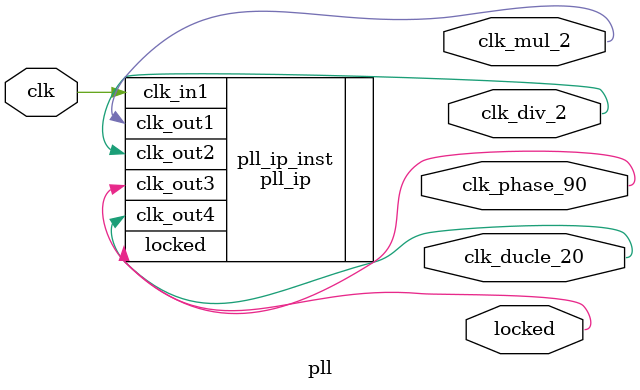
<source format=v>
`timescale 1ns / 1ns


module pll(
    input   wire    clk,                    //100MHZÊ±ÖÓÐÅºÅ

    output  wire    clk_mul_2,              //2±¶ÆµÐÅºÅ
    output  wire    clk_div_2,              //2·ÖÆµÐÅºÅ
    output  wire    clk_phase_90,           //ÏàÒÆ90
    output  wire    clk_ducle_20,           //Õ¼¿Õ±ÈÎª20%
    output  wire    locked                  //¼ì²âËøÏàÆ÷ÊÇ·ñÒÑ¾­Ëø¶¨
                                            //Ö»ÓÐµ±¸ÃÐÅºÅÎª¸ßµçÆ½Ê±£¬Êä³öµÄÊ±ÖÓÐÅºÅÊÇÎÈ¶¨µÄ£»
    );

    pll_ip  pll_ip_inst(
        .clk_in1 (clk),
        .clk_out1(clk_mul_2),
        .clk_out2(clk_div_2),
        .clk_out3(clk_phase_90),
        .clk_out4(clk_ducle_20),
        .locked(locked)
    );    
endmodule

</source>
